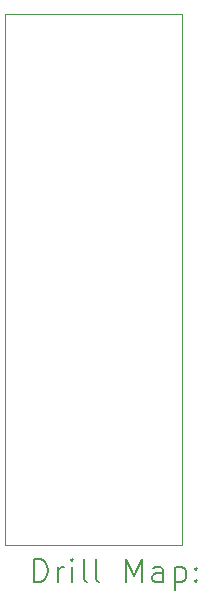
<source format=gbr>
%TF.GenerationSoftware,KiCad,Pcbnew,7.0.1*%
%TF.CreationDate,2023-11-08T22:07:33+01:00*%
%TF.ProjectId,sd_ide_connector,73645f69-6465-45f6-936f-6e6e6563746f,rev?*%
%TF.SameCoordinates,Original*%
%TF.FileFunction,Drillmap*%
%TF.FilePolarity,Positive*%
%FSLAX45Y45*%
G04 Gerber Fmt 4.5, Leading zero omitted, Abs format (unit mm)*
G04 Created by KiCad (PCBNEW 7.0.1) date 2023-11-08 22:07:33*
%MOMM*%
%LPD*%
G01*
G04 APERTURE LIST*
%ADD10C,0.020000*%
%ADD11C,0.200000*%
G04 APERTURE END LIST*
D10*
X3500000Y-2000000D02*
X3500000Y-6500000D01*
X2000000Y-2000000D02*
X3500000Y-2000000D01*
X3500000Y-6500000D02*
X2000000Y-6500000D01*
X2000000Y-2000000D02*
X2000000Y-6500000D01*
D11*
X2246619Y-6813524D02*
X2246619Y-6613524D01*
X2246619Y-6613524D02*
X2294238Y-6613524D01*
X2294238Y-6613524D02*
X2322810Y-6623048D01*
X2322810Y-6623048D02*
X2341857Y-6642095D01*
X2341857Y-6642095D02*
X2351381Y-6661143D01*
X2351381Y-6661143D02*
X2360905Y-6699238D01*
X2360905Y-6699238D02*
X2360905Y-6727809D01*
X2360905Y-6727809D02*
X2351381Y-6765905D01*
X2351381Y-6765905D02*
X2341857Y-6784952D01*
X2341857Y-6784952D02*
X2322810Y-6804000D01*
X2322810Y-6804000D02*
X2294238Y-6813524D01*
X2294238Y-6813524D02*
X2246619Y-6813524D01*
X2446619Y-6813524D02*
X2446619Y-6680190D01*
X2446619Y-6718286D02*
X2456143Y-6699238D01*
X2456143Y-6699238D02*
X2465667Y-6689714D01*
X2465667Y-6689714D02*
X2484714Y-6680190D01*
X2484714Y-6680190D02*
X2503762Y-6680190D01*
X2570429Y-6813524D02*
X2570429Y-6680190D01*
X2570429Y-6613524D02*
X2560905Y-6623048D01*
X2560905Y-6623048D02*
X2570429Y-6632571D01*
X2570429Y-6632571D02*
X2579952Y-6623048D01*
X2579952Y-6623048D02*
X2570429Y-6613524D01*
X2570429Y-6613524D02*
X2570429Y-6632571D01*
X2694238Y-6813524D02*
X2675190Y-6804000D01*
X2675190Y-6804000D02*
X2665667Y-6784952D01*
X2665667Y-6784952D02*
X2665667Y-6613524D01*
X2799000Y-6813524D02*
X2779952Y-6804000D01*
X2779952Y-6804000D02*
X2770429Y-6784952D01*
X2770429Y-6784952D02*
X2770429Y-6613524D01*
X3027571Y-6813524D02*
X3027571Y-6613524D01*
X3027571Y-6613524D02*
X3094238Y-6756381D01*
X3094238Y-6756381D02*
X3160905Y-6613524D01*
X3160905Y-6613524D02*
X3160905Y-6813524D01*
X3341857Y-6813524D02*
X3341857Y-6708762D01*
X3341857Y-6708762D02*
X3332333Y-6689714D01*
X3332333Y-6689714D02*
X3313286Y-6680190D01*
X3313286Y-6680190D02*
X3275190Y-6680190D01*
X3275190Y-6680190D02*
X3256143Y-6689714D01*
X3341857Y-6804000D02*
X3322809Y-6813524D01*
X3322809Y-6813524D02*
X3275190Y-6813524D01*
X3275190Y-6813524D02*
X3256143Y-6804000D01*
X3256143Y-6804000D02*
X3246619Y-6784952D01*
X3246619Y-6784952D02*
X3246619Y-6765905D01*
X3246619Y-6765905D02*
X3256143Y-6746857D01*
X3256143Y-6746857D02*
X3275190Y-6737333D01*
X3275190Y-6737333D02*
X3322809Y-6737333D01*
X3322809Y-6737333D02*
X3341857Y-6727809D01*
X3437095Y-6680190D02*
X3437095Y-6880190D01*
X3437095Y-6689714D02*
X3456143Y-6680190D01*
X3456143Y-6680190D02*
X3494238Y-6680190D01*
X3494238Y-6680190D02*
X3513286Y-6689714D01*
X3513286Y-6689714D02*
X3522809Y-6699238D01*
X3522809Y-6699238D02*
X3532333Y-6718286D01*
X3532333Y-6718286D02*
X3532333Y-6775428D01*
X3532333Y-6775428D02*
X3522809Y-6794476D01*
X3522809Y-6794476D02*
X3513286Y-6804000D01*
X3513286Y-6804000D02*
X3494238Y-6813524D01*
X3494238Y-6813524D02*
X3456143Y-6813524D01*
X3456143Y-6813524D02*
X3437095Y-6804000D01*
X3618048Y-6794476D02*
X3627571Y-6804000D01*
X3627571Y-6804000D02*
X3618048Y-6813524D01*
X3618048Y-6813524D02*
X3608524Y-6804000D01*
X3608524Y-6804000D02*
X3618048Y-6794476D01*
X3618048Y-6794476D02*
X3618048Y-6813524D01*
X3618048Y-6689714D02*
X3627571Y-6699238D01*
X3627571Y-6699238D02*
X3618048Y-6708762D01*
X3618048Y-6708762D02*
X3608524Y-6699238D01*
X3608524Y-6699238D02*
X3618048Y-6689714D01*
X3618048Y-6689714D02*
X3618048Y-6708762D01*
M02*

</source>
